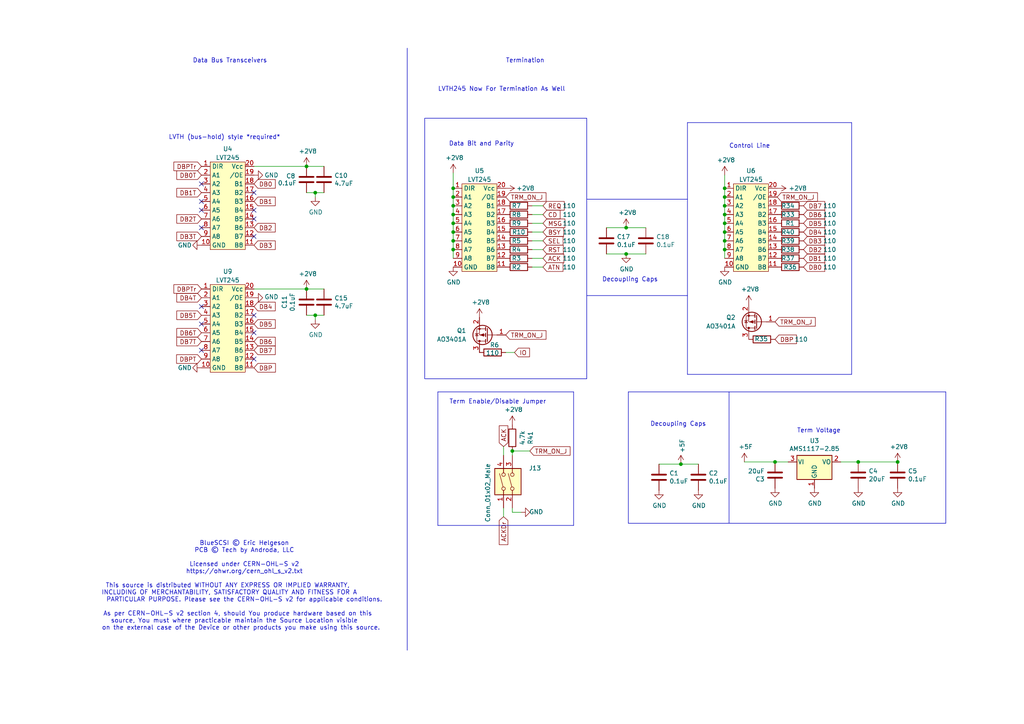
<source format=kicad_sch>
(kicad_sch (version 20231120) (generator "eeschema") (generator_version "8.0")
  (paper "A4")
  (title_block (title "4680-BlueSCSI V2") (date "2024-12-23") (rev "1.01") (company "Tech by Androda, LLC, SweProj.com"))
  (lib_symbols
    (symbol "Device:C" (pin_numbers hide) (pin_names (offset 0.254))
      (property "Reference" "C" (at 0.635 2.54 0))
      (property "Value" "C" (at 0.635 -2.54 0))
      (symbol "C_0_1"
        (polyline (pts (xy -2.032 -0.762) (xy 2.032 -0.762)) (stroke (width 0.508)))
        (polyline (pts (xy -2.032 0.762) (xy 2.032 0.762)) (stroke (width 0.508)))
      )
      (symbol "C_1_1"
        (pin passive line (at 0 3.81 270) (length 2.794) (name "~") (number "1"))
        (pin passive line (at 0 -3.81 90) (length 2.794) (name "~") (number "2"))
      )
    )
    (symbol "Device:R" (pin_numbers hide) (pin_names (offset 0))
      (property "Reference" "R" (at 2.032 0 90))
      (property "Value" "R" (at 0 0 90))
      (symbol "R_0_1"
        (rectangle (start -1.016 -2.54) (end 1.016 2.54) (stroke (width 0.254)))
      )
      (symbol "R_1_1"
        (pin passive line (at 0 3.81 270) (length 1.27) (name "~") (number "1"))
        (pin passive line (at 0 -3.81 90) (length 1.27) (name "~") (number "2"))
      )
    )
    (symbol "New_Library:LVT245"
      (property "Reference" "U" (at 0 0 0))
      (property "Value" "LVT245" (at 0 2.54 0))
      (symbol "LVT245_0_1"
        (rectangle (start 5.08 -2.54) (end -5.08 -27.94) (fill (type background)))
      )
      (symbol "LVT245_1_1"
        (pin input line (at -7.62 -3.81 0) (length 2.54) (name "DIR") (number "1"))
        (pin input line (at -7.62 -26.67 0) (length 2.54) (name "GND") (number "10"))
        (pin input line (at 7.62 -26.67 180) (length 2.54) (name "B8") (number "11"))
        (pin input line (at 7.62 -24.13 180) (length 2.54) (name "B7") (number "12"))
        (pin input line (at 7.62 -21.59 180) (length 2.54) (name "B6") (number "13"))
        (pin input line (at 7.62 -19.05 180) (length 2.54) (name "B5") (number "14"))
        (pin input line (at 7.62 -16.51 180) (length 2.54) (name "B4") (number "15"))
        (pin input line (at 7.62 -13.97 180) (length 2.54) (name "B3") (number "16"))
        (pin input line (at 7.62 -11.43 180) (length 2.54) (name "B2") (number "17"))
        (pin input line (at 7.62 -8.89 180) (length 2.54) (name "B1") (number "18"))
        (pin input line (at 7.62 -6.35 180) (length 2.54) (name "/OE") (number "19"))
        (pin input line (at -7.62 -6.35 0) (length 2.54) (name "A1") (number "2"))
        (pin input line (at 7.62 -3.81 180) (length 2.54) (name "Vcc") (number "20"))
        (pin input line (at -7.62 -8.89 0) (length 2.54) (name "A2") (number "3"))
        (pin input line (at -7.62 -11.43 0) (length 2.54) (name "A3") (number "4"))
        (pin input line (at -7.62 -13.97 0) (length 2.54) (name "A4") (number "5"))
        (pin input line (at -7.62 -16.51 0) (length 2.54) (name "A5") (number "6"))
        (pin input line (at -7.62 -19.05 0) (length 2.54) (name "A6") (number "7"))
        (pin input line (at -7.62 -21.59 0) (length 2.54) (name "A7") (number "8"))
        (pin input line (at -7.62 -24.13 0) (length 2.54) (name "A8") (number "9"))
      )
    )
    (symbol "Regulator_Linear:AMS1117CD-2.85" (pin_names (offset 0.254))
      (property "Reference" "U" (at -3.81 3.175 0))
      (property "Value" "AMS1117CD-2.85" (at 0 3.175 0))
      (symbol "AMS1117CD-2.85_0_1"
        (rectangle (start -5.08 -5.08) (end 5.08 1.905) (stroke (width 0.254)) (fill (type background)))
      )
      (symbol "AMS1117CD-2.85_1_1"
        (pin power_in line (at 0 -7.62 90) (length 2.54) (name "GND") (number "1"))
        (pin power_out line (at 7.62 0 180) (length 2.54) (name "VO") (number "2"))
        (pin power_in line (at -7.62 0 0) (length 2.54) (name "VI") (number "3"))
      )
    )
    (symbol "Switch:SW_DIP_x02" (pin_names (offset 0) hide)
      (property "Reference" "SW" (at 0 6.35 0))
      (property "Value" "SW_DIP_x02" (at 0 -3.81 0))
      (symbol "SW_DIP_x02_0_0"
        (circle (center -2.032 0) (radius 0.508))
        (circle (center -2.032 2.54) (radius 0.508))
        (polyline (pts (xy -1.524 0.127) (xy 2.3622 1.1684)))
        (polyline (pts (xy -1.524 2.667) (xy 2.3622 3.7084)))
        (circle (center 2.032 0) (radius 0.508))
        (circle (center 2.032 2.54) (radius 0.508))
      )
      (symbol "SW_DIP_x02_0_1"
        (rectangle (start -3.81 5.08) (end 3.81 -2.54) (stroke (width 0.254)) (fill (type background)))
      )
      (symbol "SW_DIP_x02_1_1"
        (pin passive line (at -7.62 2.54 0) (length 5.08) (name "~") (number "1"))
        (pin passive line (at -7.62 0 0) (length 5.08) (name "~") (number "2"))
        (pin passive line (at 7.62 0 180) (length 5.08) (name "~") (number "3"))
        (pin passive line (at 7.62 2.54 180) (length 5.08) (name "~") (number "4"))
      )
    )
    (symbol "Transistor_FET:AO3401A" (pin_names hide)
      (property "Reference" "Q" (at 5.08 1.905 0))
      (property "Value" "AO3401A" (at 5.08 0 0))
      (symbol "AO3401A_0_1"
        (polyline (pts (xy 0.254 0) (xy -2.54 0)))
        (polyline (pts (xy 0.254 1.905) (xy 0.254 -1.905)) (stroke (width 0.254)))
        (polyline (pts (xy 0.762 -1.27) (xy 0.762 -2.286)) (stroke (width 0.254)))
        (polyline (pts (xy 0.762 0.508) (xy 0.762 -0.508)) (stroke (width 0.254)))
        (polyline (pts (xy 0.762 2.286) (xy 0.762 1.27)) (stroke (width 0.254)))
        (polyline (pts (xy 2.54 2.54) (xy 2.54 1.778)))
        (polyline (pts (xy 2.54 -2.54) (xy 2.54 0) (xy 0.762 0)))
        (polyline (pts (xy 0.762 1.778) (xy 3.302 1.778) (xy 3.302 -1.778) (xy 0.762 -1.778)))
        (polyline (pts (xy 2.286 0) (xy 1.27 0.381) (xy 1.27 -0.381) (xy 2.286 0)) (fill (type outline)))
        (polyline (pts (xy 2.794 -0.508) (xy 2.921 -0.381) (xy 3.683 -0.381) (xy 3.81 -0.254)))
        (polyline (pts (xy 3.302 -0.381) (xy 2.921 0.254) (xy 3.683 0.254) (xy 3.302 -0.381)))
        (circle (center 1.651 0) (radius 2.794) (stroke (width 0.254)))
        (circle (center 2.54 -1.778) (radius 0.254) (fill (type outline)))
        (circle (center 2.54 1.778) (radius 0.254) (fill (type outline)))
      )
      (symbol "AO3401A_1_1"
        (pin input line (at -5.08 0 0) (length 2.54) (name "G") (number "1"))
        (pin passive line (at 2.54 -5.08 90) (length 2.54) (name "S") (number "2"))
        (pin passive line (at 2.54 5.08 270) (length 2.54) (name "D") (number "3"))
      )
    )
    (symbol "power:+2V8" (power) (pin_names (offset 0))
      (property "Value" "+2V8" (at 0 3.556 0))
      (symbol "+2V8_0_1"
        (polyline (pts (xy -0.762 1.27) (xy 0 2.54)))
        (polyline (pts (xy 0 0) (xy 0 2.54)))
        (polyline (pts (xy 0 2.54) (xy 0.762 1.27)))
      )
      (symbol "+2V8_1_1"
        (pin power_in line (at 0 0 90) (length 0) hide (name "+2V8") (number "1"))
      )
    )
    (symbol "power:+5F" (power) (pin_names (offset 0))
      (property "Value" "+5F" (at 0 3.556 0))
      (symbol "+5F_0_1"
        (polyline (pts (xy -0.762 1.27) (xy 0 2.54)))
        (polyline (pts (xy 0 0) (xy 0 2.54)))
        (polyline (pts (xy 0 2.54) (xy 0.762 1.27)))
      )
      (symbol "+5F_1_1"
        (pin power_in line (at 0 0 90) (length 0) hide (name "+5F") (number "1"))
      )
    )
    (symbol "power:GND" (power) (pin_names (offset 0))
      (property "Value" "GND" (at 0 -3.81 0))
      (symbol "GND_0_1"
        (polyline (pts (xy 0 0) (xy 0 -1.27) (xy 1.27 -1.27) (xy 0 -2.54) (xy -1.27 -1.27) (xy 0 -1.27)))
      )
      (symbol "GND_1_1"
        (pin power_in line (at 0 0 270) (length 0) hide (name "GND") (number "1"))
      )
    )
  )
  (junction (at 131.445 69.85))
  (junction (at 131.445 54.61))
  (junction (at 131.445 57.15))
  (junction (at 210.185 64.77))
  (junction (at 210.185 72.39))
  (junction (at 131.445 67.31))
  (junction (at 88.9 83.82))
  (junction (at 131.445 64.77))
  (junction (at 131.445 59.69))
  (junction (at 210.185 57.15))
  (junction (at 210.185 62.23))
  (junction (at 91.44 91.44))
  (junction (at 131.445 62.23))
  (junction (at 91.44 55.88))
  (junction (at 210.185 59.69))
  (junction (at 210.185 69.85))
  (junction (at 224.79 133.985))
  (junction (at 210.185 67.31))
  (junction (at 260.35 133.985))
  (junction (at 131.445 72.39))
  (junction (at 148.59 130.81))
  (junction (at 181.61 73.66))
  (junction (at 181.61 66.04))
  (junction (at 210.185 54.61))
  (junction (at 197.485 134.62))
  (junction (at 248.92 133.985))
  (junction (at 88.9 48.26))
  (no_connect (at 58.42 53.34))
  (no_connect (at 73.66 60.96))
  (no_connect (at 58.42 66.04))
  (no_connect (at 58.42 101.6))
  (no_connect (at 73.66 104.14))
  (no_connect (at 58.42 93.98))
  (no_connect (at 58.42 58.42))
  (no_connect (at 73.66 96.52))
  (no_connect (at 58.42 88.9))
  (no_connect (at 73.66 55.88))
  (no_connect (at 58.42 60.96))
  (no_connect (at 73.66 63.5))
  (no_connect (at 73.66 91.44))
  (no_connect (at 73.66 68.58))
  (wire (pts (xy 210.185 64.77) (xy 210.185 67.31)))
  (wire (pts (xy 197.485 134.62) (xy 202.565 134.62)))
  (wire (pts (xy 248.92 133.985) (xy 260.35 133.985)))
  (wire (pts (xy 175.895 73.66) (xy 181.61 73.66)))
  (wire (pts (xy 210.185 67.31) (xy 210.185 69.85)))
  (wire (pts (xy 91.44 91.44) (xy 91.44 92.71)))
  (polyline (pts (xy 170.18 85.725) (xy 199.39 85.725)))
  (wire (pts (xy 243.84 133.985) (xy 248.92 133.985)))
  (wire (pts (xy 210.185 50.8) (xy 210.185 54.61)))
  (wire (pts (xy 146.05 147.32) (xy 146.05 149.86)))
  (wire (pts (xy 210.185 72.39) (xy 210.185 74.93)))
  (polyline (pts (xy 118.11 13.97) (xy 118.11 188.595)))
  (wire (pts (xy 73.66 48.26) (xy 88.9 48.26)))
  (polyline (pts (xy 123.19 34.29) (xy 170.18 34.29)))
  (wire (pts (xy 154.305 67.31) (xy 157.48 67.31)))
  (polyline (pts (xy 182.245 113.665) (xy 182.245 151.765)))
  (polyline (pts (xy 199.39 35.56) (xy 247.015 35.56)))
  (polyline (pts (xy 123.19 109.855) (xy 170.18 109.855)))
  (wire (pts (xy 154.305 72.39) (xy 157.48 72.39)))
  (wire (pts (xy 131.445 64.77) (xy 131.445 67.31)))
  (wire (pts (xy 73.66 83.82) (xy 88.9 83.82)))
  (wire (pts (xy 181.61 73.66) (xy 187.325 73.66)))
  (polyline (pts (xy 170.18 109.855) (xy 170.18 34.29)))
  (wire (pts (xy 146.05 129.54) (xy 146.05 132.08)))
  (wire (pts (xy 154.305 59.69) (xy 157.48 59.69)))
  (wire (pts (xy 131.445 59.69) (xy 131.445 62.23)))
  (wire (pts (xy 88.9 48.26) (xy 93.98 48.26)))
  (wire (pts (xy 131.445 72.39) (xy 131.445 74.93)))
  (polyline (pts (xy 127 113.665) (xy 127 152.4)))
  (wire (pts (xy 154.305 62.23) (xy 157.48 62.23)))
  (wire (pts (xy 148.59 130.81) (xy 148.59 132.08)))
  (polyline (pts (xy 211.455 113.665) (xy 211.455 151.765)))
  (wire (pts (xy 154.305 64.77) (xy 157.48 64.77)))
  (wire (pts (xy 88.9 83.82) (xy 93.98 83.82)))
  (polyline (pts (xy 166.37 152.4) (xy 166.37 113.665)))
  (polyline (pts (xy 170.18 57.785) (xy 199.39 57.785)))
  (wire (pts (xy 91.44 55.88) (xy 91.44 57.15)))
  (wire (pts (xy 148.59 148.59) (xy 151.13 148.59)))
  (wire (pts (xy 210.185 62.23) (xy 210.185 64.77)))
  (wire (pts (xy 131.445 62.23) (xy 131.445 64.77)))
  (wire (pts (xy 131.445 50.165) (xy 131.445 54.61)))
  (wire (pts (xy 210.185 59.69) (xy 210.185 62.23)))
  (wire (pts (xy 210.185 54.61) (xy 210.185 57.15)))
  (polyline (pts (xy 247.015 108.585) (xy 247.015 35.56)))
  (polyline (pts (xy 182.245 113.665) (xy 274.32 113.665)))
  (wire (pts (xy 215.9 133.985) (xy 224.79 133.985)))
  (wire (pts (xy 175.895 66.04) (xy 181.61 66.04)))
  (wire (pts (xy 154.305 77.47) (xy 157.48 77.47)))
  (wire (pts (xy 91.44 55.88) (xy 93.98 55.88)))
  (wire (pts (xy 181.61 66.04) (xy 187.325 66.04)))
  (wire (pts (xy 149.225 102.235) (xy 146.685 102.235)))
  (polyline (pts (xy 274.32 113.665) (xy 274.32 151.765)))
  (wire (pts (xy 154.305 74.93) (xy 157.48 74.93)))
  (wire (pts (xy 131.445 69.85) (xy 131.445 72.39)))
  (polyline (pts (xy 199.39 108.585) (xy 247.015 108.585)))
  (polyline (pts (xy 123.19 34.29) (xy 123.19 109.855)))
  (wire (pts (xy 210.185 57.15) (xy 210.185 59.69)))
  (wire (pts (xy 148.59 130.81) (xy 153.67 130.81)))
  (wire (pts (xy 88.9 55.88) (xy 91.44 55.88)))
  (wire (pts (xy 131.445 54.61) (xy 131.445 57.15)))
  (wire (pts (xy 210.185 69.85) (xy 210.185 72.39)))
  (wire (pts (xy 191.135 134.62) (xy 197.485 134.62)))
  (wire (pts (xy 131.445 57.15) (xy 131.445 59.69)))
  (wire (pts (xy 224.79 133.985) (xy 228.6 133.985)))
  (wire (pts (xy 154.305 69.85) (xy 157.48 69.85)))
  (wire (pts (xy 131.445 67.31) (xy 131.445 69.85)))
  (wire (pts (xy 148.59 147.32) (xy 148.59 148.59)))
  (polyline (pts (xy 127 113.665) (xy 166.37 113.665)))
  (polyline (pts (xy 127 152.4) (xy 166.37 152.4)))
  (polyline (pts (xy 199.39 35.56) (xy 199.39 108.585)))
  (wire (pts (xy 91.44 91.44) (xy 93.98 91.44)))
  (wire (pts (xy 88.9 91.44) (xy 91.44 91.44)))
  (polyline (pts (xy 274.32 151.765) (xy 182.245 151.765)))
  (text "Data Bus Transceivers" (at 55.88 18.415 0) (effects (font (size 1.27 1.27)) (justify left bottom)))
  (text "Control Line" (at 211.455 43.18 0) (effects (font (size 1.27 1.27)) (justify left bottom)))
  (text "Decoupling Caps" (at 188.595 123.825 0) (effects (font (size 1.27 1.27)) (justify left bottom)))
  (text "Data Bit and Parity" (at 130.175 42.545 0) (effects (font (size 1.27 1.27)) (justify left bottom)))
  (text "Termination" (at 146.685 18.415 0) (effects (font (size 1.27 1.27)) (justify left bottom)))
  (text "Term Voltage" (at 231.14 125.73 0) (effects (font (size 1.27 1.27)) (justify left bottom)))
  (text "Term Enable/Disable Jumper" (at 130.302 117.348 0) (effects (font (size 1.27 1.27)) (justify left bottom)))
  (text "Decoupling Caps" (at 174.625 81.915 0) (effects (font (size 1.27 1.27)) (justify left bottom)))
  (text "LVTH245 Now For Termination As Well" (at 127 26.67 0) (effects (font (size 1.27 1.27)) (justify left bottom)))
  (text "LVTH (bus-hold) style *required*" (at 48.895 40.64 0) (effects (font (size 1.27 1.27)) (justify left bottom)))
  (text "BlueSCSI © Eric Helgeson\nPCB © Tech by Androda, LLC\n\nLicensed under CERN-OHL-S v2\nhttps://ohwr.org/cern_ohl_s_v2.txt\n\nThis source is distributed WITHOUT ANY EXPRESS OR IMPLIED WARRANTY,          \nINCLUDING OF MERCHANTABILITY, SATISFACTORY QUALITY AND FITNESS FOR A         \nPARTICULAR PURPOSE. Please see the CERN-OHL-S v2 for applicable conditions.\n\nAs per CERN-OHL-S v2 section 4, should You produce hardware based on this    \nsource, You must where practicable maintain the Source Location visible      \non the external case of the Device or other products you make using this source.  \n" (at 70.866 169.926 0) (effects (font (size 1.27 1.27))))
  (global_label "DB3T" (shape input) (at 58.42 68.58 180) (property "Intersheetrefs" "${INTERSHEET_REFS}" (effects (hide yes))))
  (global_label "TRM_ON_J" (shape input) (at 153.67 130.81 0) (property "Intersheetrefs" "${INTERSHEET_REFS}" (effects (hide yes))))
  (global_label "DB1" (shape input) (at 233.045 74.93 0) (property "Intersheetrefs" "${INTERSHEET_REFS}" (effects (hide yes))))
  (global_label "TRM_ON_J" (shape input) (at 225.425 57.15 0) (property "Intersheetrefs" "${INTERSHEET_REFS}" (effects (hide yes))))
  (global_label "DBPTr" (shape input) (at 58.42 83.82 180) (property "Intersheetrefs" "${INTERSHEET_REFS}" (effects (hide yes))))
  (global_label "DB7" (shape input) (at 73.66 101.6 0) (property "Intersheetrefs" "${INTERSHEET_REFS}" (effects (hide yes))))
  (global_label "DBPTr" (shape input) (at 58.42 48.26 180) (property "Intersheetrefs" "${INTERSHEET_REFS}" (effects (hide yes))))
  (global_label "DB5T" (shape input) (at 58.42 91.44 180) (property "Intersheetrefs" "${INTERSHEET_REFS}" (effects (hide yes))))
  (global_label "DB2" (shape input) (at 73.66 66.04 0) (property "Intersheetrefs" "${INTERSHEET_REFS}" (effects (hide yes))))
  (global_label "CD" (shape input) (at 157.48 62.23 0) (property "Intersheetrefs" "${INTERSHEET_REFS}" (effects (hide yes))))
  (global_label "TRM_ON_J" (shape input) (at 146.685 97.155 0) (property "Intersheetrefs" "${INTERSHEET_REFS}" (effects (hide yes))))
  (global_label "DBP" (shape input) (at 224.79 98.425 0) (property "Intersheetrefs" "${INTERSHEET_REFS}" (effects (hide yes))))
  (global_label "DB6T" (shape input) (at 58.42 96.52 180) (property "Intersheetrefs" "${INTERSHEET_REFS}" (effects (hide yes))))
  (global_label "DB7T" (shape input) (at 58.42 99.06 180) (property "Intersheetrefs" "${INTERSHEET_REFS}" (effects (hide yes))))
  (global_label "DB0T" (shape input) (at 58.42 50.8 180) (property "Intersheetrefs" "${INTERSHEET_REFS}" (effects (hide yes))))
  (global_label "DB0" (shape input) (at 73.66 53.34 0) (property "Intersheetrefs" "${INTERSHEET_REFS}" (effects (hide yes))))
  (global_label "DB7" (shape input) (at 233.045 59.69 0) (property "Intersheetrefs" "${INTERSHEET_REFS}" (effects (hide yes))))
  (global_label "ATN" (shape input) (at 157.48 77.47 0) (property "Intersheetrefs" "${INTERSHEET_REFS}" (effects (hide yes))))
  (global_label "ACKDr" (shape input) (at 146.05 149.86 270) (property "Intersheetrefs" "${INTERSHEET_REFS}" (effects (hide yes))))
  (global_label "RST" (shape input) (at 157.48 72.39 0) (property "Intersheetrefs" "${INTERSHEET_REFS}" (effects (hide yes))))
  (global_label "DB3" (shape input) (at 73.66 71.12 0) (property "Intersheetrefs" "${INTERSHEET_REFS}" (effects (hide yes))))
  (global_label "DB5" (shape input) (at 73.66 93.98 0) (property "Intersheetrefs" "${INTERSHEET_REFS}" (effects (hide yes))))
  (global_label "TRM_ON_J" (shape input) (at 224.79 93.345 0) (property "Intersheetrefs" "${INTERSHEET_REFS}" (effects (hide yes))))
  (global_label "ACK" (shape input) (at 157.48 74.93 0) (property "Intersheetrefs" "${INTERSHEET_REFS}" (effects (hide yes))))
  (global_label "DB2T" (shape input) (at 58.42 63.5 180) (property "Intersheetrefs" "${INTERSHEET_REFS}" (effects (hide yes))))
  (global_label "MSG" (shape input) (at 157.48 64.77 0) (property "Intersheetrefs" "${INTERSHEET_REFS}" (effects (hide yes))))
  (global_label "REQ" (shape input) (at 157.48 59.69 0) (property "Intersheetrefs" "${INTERSHEET_REFS}" (effects (hide yes))))
  (global_label "IO" (shape input) (at 149.225 102.235 0) (property "Intersheetrefs" "${INTERSHEET_REFS}" (effects (hide yes))))
  (global_label "DB5" (shape input) (at 233.045 64.77 0) (property "Intersheetrefs" "${INTERSHEET_REFS}" (effects (hide yes))))
  (global_label "ACK" (shape input) (at 146.05 129.54 90) (property "Intersheetrefs" "${INTERSHEET_REFS}" (effects (hide yes))))
  (global_label "DB0" (shape input) (at 233.045 77.47 0) (property "Intersheetrefs" "${INTERSHEET_REFS}" (effects (hide yes))))
  (global_label "DB1T" (shape input) (at 58.42 55.88 180) (property "Intersheetrefs" "${INTERSHEET_REFS}" (effects (hide yes))))
  (global_label "DB6" (shape input) (at 233.045 62.23 0) (property "Intersheetrefs" "${INTERSHEET_REFS}" (effects (hide yes))))
  (global_label "DB3" (shape input) (at 233.045 69.85 0) (property "Intersheetrefs" "${INTERSHEET_REFS}" (effects (hide yes))))
  (global_label "DBPT" (shape input) (at 58.42 104.14 180) (property "Intersheetrefs" "${INTERSHEET_REFS}" (effects (hide yes))))
  (global_label "TRM_ON_J" (shape input) (at 146.685 57.15 0) (property "Intersheetrefs" "${INTERSHEET_REFS}" (effects (hide yes))))
  (global_label "SEL" (shape input) (at 157.48 69.85 0) (property "Intersheetrefs" "${INTERSHEET_REFS}" (effects (hide yes))))
  (global_label "DB4" (shape input) (at 73.66 88.9 0) (property "Intersheetrefs" "${INTERSHEET_REFS}" (effects (hide yes))))
  (global_label "DB2" (shape input) (at 233.045 72.39 0) (property "Intersheetrefs" "${INTERSHEET_REFS}" (effects (hide yes))))
  (global_label "DB6" (shape input) (at 73.66 99.06 0) (property "Intersheetrefs" "${INTERSHEET_REFS}" (effects (hide yes))))
  (global_label "BSY" (shape input) (at 157.48 67.31 0) (property "Intersheetrefs" "${INTERSHEET_REFS}" (effects (hide yes))))
  (global_label "DB4T" (shape input) (at 58.42 86.36 180) (property "Intersheetrefs" "${INTERSHEET_REFS}" (effects (hide yes))))
  (global_label "DBP" (shape input) (at 73.66 106.68 0) (property "Intersheetrefs" "${INTERSHEET_REFS}" (effects (hide yes))))
  (global_label "DB4" (shape input) (at 233.045 67.31 0) (property "Intersheetrefs" "${INTERSHEET_REFS}" (effects (hide yes))))
  (global_label "DB1" (shape input) (at 73.66 58.42 0) (property "Intersheetrefs" "${INTERSHEET_REFS}" (effects (hide yes))))
  (symbol (lib_id "Device:C") (at 260.35 137.795 0) (unit 1)
    (property "Reference" "C5" (at 263.3472 136.6266 0) (effects (justify left)))
    (property "Value" "0.1uF" (at 263.3472 138.938 0) (effects (justify left)))
    (property "Footprint" "Capacitor_SMD:C_0402_1005Metric" (effects (hide yes)))
    (property "Description" "Unpolarized capacitor" (effects (hide yes)))
    (property "LCSC" "C1525" (effects (hide yes)))
  )
  (symbol (lib_id "power:GND") (at 151.13 148.59 90) (unit 1)
    (property "Reference" "#PWR04" (effects (hide yes)))
    (property "Value" "GND" (at 155.5242 148.463 90))
  )
  (symbol (lib_id "New_Library:LVT245") (at 217.805 50.8 0) (unit 1)
    (property "Reference" "U6" (at 217.805 49.53 0))
    (property "Value" "LVT245" (at 217.805 52.07 0))
    (property "Footprint" "Package_SO:TSSOP-20_4.4x6.5mm_P0.65mm" (effects (hide yes)))
    (property "LCSC" "C238954" (effects (hide yes)))
  )
  (symbol (lib_id "New_Library:LVT245") (at 139.065 50.8 0) (unit 1)
    (property "Reference" "U5" (at 139.065 49.53 0))
    (property "Value" "LVT245" (at 139.065 52.07 0))
    (property "Footprint" "Package_SO:TSSOP-20_4.4x6.5mm_P0.65mm" (effects (hide yes)))
    (property "LCSC" "C238954" (effects (hide yes)))
  )
  (symbol (lib_id "power:GND") (at 181.61 73.66 0) (unit 1)
    (property "Reference" "#PWR054" (effects (hide yes)))
    (property "Value" "GND" (at 181.737 78.0542 0))
  )
  (symbol (lib_id "power:+2V8") (at 225.425 54.61 270) (unit 1)
    (property "Reference" "#PWR0109" (effects (hide yes)))
    (property "Value" "+2V8" (at 231.394 54.61 90))
  )
  (symbol (lib_id "New_Library:LVT245") (at 66.04 44.45 0) (unit 1)
    (property "Reference" "U4" (at 66.04 43.18 0))
    (property "Value" "LVT245" (at 66.04 45.72 0))
    (property "Footprint" "Package_SO:TSSOP-20_4.4x6.5mm_P0.65mm" (effects (hide yes)))
    (property "LCSC" "C238954" (effects (hide yes)))
  )
  (symbol (lib_id "Device:C") (at 88.9 52.07 0) (unit 1)
    (property "Reference" "C8" (at 84.328 51.054 0))
    (property "Value" "0.1uF" (at 83.312 53.086 0))
    (property "Footprint" "Capacitor_SMD:C_0402_1005Metric" (effects (hide yes)))
    (property "LCSC" "C1525" (effects (hide yes)))
  )
  (symbol (lib_id "Device:C") (at 191.135 138.43 0) (unit 1)
    (property "Reference" "C1" (at 194.1322 137.2616 0) (effects (justify left)))
    (property "Value" "0.1uF" (at 194.1322 139.573 0) (effects (justify left)))
    (property "Footprint" "Capacitor_SMD:C_0402_1005Metric" (effects (hide yes)))
    (property "Description" "Unpolarized capacitor" (effects (hide yes)))
    (property "LCSC" "C1525" (effects (hide yes)))
  )
  (symbol (lib_id "Device:R") (at 229.235 69.85 90) (mirror x) (unit 1)
    (property "Reference" "R39" (at 230.505 69.85 90) (effects (justify left)))
    (property "Value" "110" (at 242.57 69.85 90) (effects (justify left)))
    (property "Footprint" "Resistor_SMD:R_0603_1608Metric" (effects (hide yes)))
    (property "LCSC" "C22781" (effects (hide yes)))
  )
  (symbol (lib_id "power:+2V8") (at 148.59 123.19 0) (unit 1)
    (property "Reference" "#PWR058" (effects (hide yes)))
    (property "Value" "+2V8" (at 148.971 118.7958 0))
  )
  (symbol (lib_id "Switch:SW_DIP_x02") (at 148.59 139.7 90) (unit 1)
    (property "Reference" "J13" (at 153.3652 135.7884 90) (effects (justify right)))
    (property "Value" "Conn_01x02_Male" (at 141.478 134.366 0) (effects (justify right)))
    (property "Footprint" "Button_Switch_THT:SW_DIP_SPSTx02_Piano_10.8x6.64mm_W7.62mm_P2.54mm" (effects (hide yes)))
    (property "Description" "2x DIP Switch, Single Pole Single Throw (SPST) switch, small symbol" (effects (hide yes)))
    (property "LCSC" "  C5299514 " (effects (hide yes)))
    (property "JLC Part#" "  C5299514 " (effects (hide yes)))
  )
  (symbol (lib_id "power:+5F") (at 197.485 134.62 0) (unit 1)
    (property "Reference" "#PWR0116" (effects (hide yes)))
    (property "Value" "+5F" (at 197.866 131.3688 90) (effects (justify left)))
  )
  (symbol (lib_id "Regulator_Linear:AMS1117CD-2.85") (at 236.22 133.985 0) (unit 1)
    (property "Reference" "U3" (at 236.22 127.8382 0))
    (property "Value" "AMS1117-2.85" (at 236.22 130.1496 0))
    (property "Footprint" "Package_TO_SOT_SMD:SOT-223-3_TabPin2" (effects (hide yes)))
    (property "Datasheet" "http://www.advanced-monolithic.com/pdf/ds1117.pdf" (effects (hide yes)))
    (property "LCSC" "C14791" (effects (hide yes)))
  )
  (symbol (lib_id "power:GND") (at 191.135 142.24 0) (unit 1)
    (property "Reference" "#PWR03" (effects (hide yes)))
    (property "Value" "GND" (at 191.262 146.6342 0))
  )
  (symbol (lib_id "Transistor_FET:AO3401A") (at 141.605 97.155 180) (unit 1)
    (property "Reference" "Q1" (at 135.255 95.8849 0) (effects (justify left)))
    (property "Value" "AO3401A" (at 135.255 98.4249 0) (effects (justify left)))
    (property "Footprint" "Package_TO_SOT_SMD:SOT-23" (effects (hide yes)))
    (property "Datasheet" "http://www.aosmd.com/pdfs/datasheet/AO3401A.pdf" (effects (hide yes)))
    (property "LCSC" "C15127" (effects (hide yes)))
  )
  (symbol (lib_id "power:GND") (at 58.42 106.68 270) (unit 1)
    (property "Reference" "#PWR011" (effects (hide yes)))
    (property "Value" "GND" (at 53.594 106.68 90))
  )
  (symbol (lib_id "power:GND") (at 224.79 141.605 0) (unit 1)
    (property "Reference" "#PWR07" (effects (hide yes)))
    (property "Value" "GND" (at 224.917 145.9992 0))
  )
  (symbol (lib_id "power:GND") (at 91.44 57.15 0) (unit 1)
    (property "Reference" "#PWR010" (effects (hide yes)))
    (property "Value" "GND" (at 91.567 61.5442 0))
  )
  (symbol (lib_id "Device:C") (at 224.79 137.795 0) (unit 1)
    (property "Reference" "C3" (at 221.7928 138.9634 0) (effects (justify right)))
    (property "Value" "20uF" (at 221.7928 136.652 0) (effects (justify right)))
    (property "Footprint" "Capacitor_SMD:C_0805_2012Metric" (effects (hide yes)))
    (property "Description" "Unpolarized capacitor" (effects (hide yes)))
    (property "LCSC" "C45783" (effects (hide yes)))
  )
  (symbol (lib_id "power:GND") (at 248.92 141.605 0) (unit 1)
    (property "Reference" "#PWR013" (effects (hide yes)))
    (property "Value" "GND" (at 249.047 145.9992 0))
  )
  (symbol (lib_id "Device:R") (at 229.235 59.69 90) (unit 1)
    (property "Reference" "R34" (at 230.505 59.69 90) (effects (justify left)))
    (property "Value" "110" (at 242.57 59.69 90) (effects (justify left)))
    (property "Footprint" "Resistor_SMD:R_0603_1608Metric" (effects (hide yes)))
    (property "LCSC" "C22781" (effects (hide yes)))
  )
  (symbol (lib_id "Device:R") (at 150.495 77.47 90) (unit 1)
    (property "Reference" "R2" (at 151.13 77.47 90) (effects (justify left)))
    (property "Value" "110" (at 167.005 77.47 90) (effects (justify left)))
    (property "Footprint" "Resistor_SMD:R_0603_1608Metric" (effects (hide yes)))
    (property "LCSC" "C22781" (effects (hide yes)))
  )
  (symbol (lib_id "Device:R") (at 150.495 69.85 90) (mirror x) (unit 1)
    (property "Reference" "R5" (at 151.13 69.85 90) (effects (justify left)))
    (property "Value" "110" (at 167.005 69.85 90) (effects (justify left)))
    (property "Footprint" "Resistor_SMD:R_0603_1608Metric" (effects (hide yes)))
    (property "LCSC" "C22781" (effects (hide yes)))
  )
  (symbol (lib_id "power:GND") (at 236.22 141.605 0) (unit 1)
    (property "Reference" "#PWR012" (effects (hide yes)))
    (property "Value" "GND" (at 236.347 145.9992 0))
  )
  (symbol (lib_id "power:+5F") (at 215.9 133.985 0) (unit 1)
    (property "Reference" "#PWR06" (effects (hide yes)))
    (property "Value" "+5F" (at 216.281 129.5908 0))
  )
  (symbol (lib_id "Device:C") (at 202.565 138.43 0) (unit 1)
    (property "Reference" "C2" (at 205.5622 137.2616 0) (effects (justify left)))
    (property "Value" "0.1uF" (at 205.5622 139.573 0) (effects (justify left)))
    (property "Footprint" "Capacitor_SMD:C_0402_1005Metric" (effects (hide yes)))
    (property "Description" "Unpolarized capacitor" (effects (hide yes)))
    (property "LCSC" "C1525" (effects (hide yes)))
  )
  (symbol (lib_id "power:GND") (at 91.44 92.71 0) (unit 1)
    (property "Reference" "#PWR022" (effects (hide yes)))
    (property "Value" "GND" (at 91.567 97.1042 0))
  )
  (symbol (lib_id "Device:R") (at 148.59 127 180) (unit 1)
    (property "Reference" "R41" (at 153.8478 127 90))
    (property "Value" "4.7k" (at 151.5364 127 90))
    (property "Footprint" "Resistor_SMD:R_0603_1608Metric" (effects (hide yes)))
    (property "LCSC" "C23162" (effects (hide yes)))
  )
  (symbol (lib_id "power:GND") (at 131.445 77.47 0) (unit 1)
    (property "Reference" "#PWR028" (effects (hide yes)))
    (property "Value" "GND" (at 131.572 81.8642 0))
  )
  (symbol (lib_id "power:+2V8") (at 139.065 92.075 0) (unit 1)
    (property "Reference" "#PWR031" (effects (hide yes)))
    (property "Value" "+2V8" (at 139.446 87.6808 0))
  )
  (symbol (lib_id "power:+2V8") (at 131.445 50.165 0) (unit 1)
    (property "Reference" "#PWR024" (effects (hide yes)))
    (property "Value" "+2V8" (at 131.826 45.7708 0))
  )
  (symbol (lib_id "Device:C") (at 93.98 52.07 0) (unit 1)
    (property "Reference" "C10" (at 96.9772 50.9016 0) (effects (justify left)))
    (property "Value" "4.7uF" (at 96.9772 53.213 0) (effects (justify left)))
    (property "Footprint" "Capacitor_SMD:C_0805_2012Metric" (effects (hide yes)))
    (property "Description" "Unpolarized capacitor" (effects (hide yes)))
    (property "LCSC" "C1779" (effects (hide yes)))
  )
  (symbol (lib_id "Device:R") (at 150.495 74.93 90) (unit 1)
    (property "Reference" "R3" (at 151.13 74.93 90) (effects (justify left)))
    (property "Value" "110" (at 167.005 74.93 90) (effects (justify left)))
    (property "Footprint" "Resistor_SMD:R_0603_1608Metric" (effects (hide yes)))
    (property "LCSC" "C22781" (effects (hide yes)))
  )
  (symbol (lib_id "power:GND") (at 210.185 77.47 0) (unit 1)
    (property "Reference" "#PWR034" (effects (hide yes)))
    (property "Value" "GND" (at 210.312 81.8642 0))
  )
  (symbol (lib_id "power:+2V8") (at 88.9 83.82 0) (unit 1)
    (property "Reference" "#PWR021" (effects (hide yes)))
    (property "Value" "+2V8" (at 89.281 79.4258 0))
  )
  (symbol (lib_id "Device:R") (at 229.235 62.23 90) (unit 1)
    (property "Reference" "R33" (at 230.505 62.23 90) (effects (justify left)))
    (property "Value" "110" (at 242.57 62.23 90) (effects (justify left)))
    (property "Footprint" "Resistor_SMD:R_0603_1608Metric" (effects (hide yes)))
    (property "LCSC" "C22781" (effects (hide yes)))
  )
  (symbol (lib_id "power:+2V8") (at 210.185 50.8 0) (unit 1)
    (property "Reference" "#PWR033" (effects (hide yes)))
    (property "Value" "+2V8" (at 210.566 46.4058 0))
  )
  (symbol (lib_id "Device:C") (at 175.895 69.85 0) (unit 1)
    (property "Reference" "C17" (at 178.8922 68.6816 0) (effects (justify left)))
    (property "Value" "0.1uF" (at 178.8922 70.993 0) (effects (justify left)))
    (property "Footprint" "Capacitor_SMD:C_0402_1005Metric" (effects (hide yes)))
    (property "Description" "Unpolarized capacitor" (effects (hide yes)))
    (property "LCSC" "C1525" (effects (hide yes)))
  )
  (symbol (lib_id "Transistor_FET:AO3401A") (at 219.71 93.345 180) (unit 1)
    (property "Reference" "Q2" (at 213.36 92.0749 0) (effects (justify left)))
    (property "Value" "AO3401A" (at 213.36 94.6149 0) (effects (justify left)))
    (property "Footprint" "Package_TO_SOT_SMD:SOT-23" (effects (hide yes)))
    (property "Datasheet" "http://www.aosmd.com/pdfs/datasheet/AO3401A.pdf" (effects (hide yes)))
    (property "LCSC" "C15127" (effects (hide yes)))
  )
  (symbol (lib_id "power:+2V8") (at 217.17 88.265 0) (unit 1)
    (property "Reference" "#PWR039" (effects (hide yes)))
    (property "Value" "+2V8" (at 217.551 83.8708 0))
  )
  (symbol (lib_id "Device:R") (at 142.875 102.235 90) (unit 1)
    (property "Reference" "R6" (at 144.78 100.076 90) (effects (justify left)))
    (property "Value" "110" (at 144.78 102.362 90) (effects (justify left)))
    (property "Footprint" "Resistor_SMD:R_0603_1608Metric" (effects (hide yes)))
    (property "LCSC" "C22781" (effects (hide yes)))
  )
  (symbol (lib_id "Device:C") (at 187.325 69.85 0) (unit 1)
    (property "Reference" "C18" (at 190.3222 68.6816 0) (effects (justify left)))
    (property "Value" "0.1uF" (at 190.3222 70.993 0) (effects (justify left)))
    (property "Footprint" "Capacitor_SMD:C_0402_1005Metric" (effects (hide yes)))
    (property "Description" "Unpolarized capacitor" (effects (hide yes)))
    (property "LCSC" "C1525" (effects (hide yes)))
  )
  (symbol (lib_id "Device:R") (at 229.235 72.39 90) (mirror x) (unit 1)
    (property "Reference" "R38" (at 230.505 72.39 90) (effects (justify left)))
    (property "Value" "110" (at 242.57 72.39 90) (effects (justify left)))
    (property "Footprint" "Resistor_SMD:R_0603_1608Metric" (effects (hide yes)))
    (property "LCSC" "C22781" (effects (hide yes)))
  )
  (symbol (lib_id "Device:R") (at 150.495 64.77 90) (unit 1)
    (property "Reference" "R9" (at 151.13 64.77 90) (effects (justify left)))
    (property "Value" "110" (at 167.005 64.77 90) (effects (justify left)))
    (property "Footprint" "Resistor_SMD:R_0603_1608Metric" (effects (hide yes)))
    (property "LCSC" "C22781" (effects (hide yes)))
  )
  (symbol (lib_id "power:GND") (at 202.565 142.24 0) (unit 1)
    (property "Reference" "#PWR05" (effects (hide yes)))
    (property "Value" "GND" (at 202.692 146.6342 0))
  )
  (symbol (lib_id "power:+2V8") (at 260.35 133.985 0) (unit 1)
    (property "Reference" "#PWR015" (effects (hide yes)))
    (property "Value" "+2V8" (at 260.731 129.5908 0))
  )
  (symbol (lib_id "Device:R") (at 150.495 59.69 90) (unit 1)
    (property "Reference" "R7" (at 151.13 59.69 90) (effects (justify left)))
    (property "Value" "110" (at 167.005 59.69 90) (effects (justify left)))
    (property "Footprint" "Resistor_SMD:R_0603_1608Metric" (effects (hide yes)))
    (property "LCSC" "C22781" (effects (hide yes)))
  )
  (symbol (lib_id "power:GND") (at 260.35 141.605 0) (unit 1)
    (property "Reference" "#PWR016" (effects (hide yes)))
    (property "Value" "GND" (at 260.477 145.9992 0))
  )
  (symbol (lib_id "power:GND") (at 73.66 86.36 90) (unit 1)
    (property "Reference" "#PWR020" (effects (hide yes)))
    (property "Value" "GND" (at 78.74 86.106 90))
  )
  (symbol (lib_id "Device:R") (at 220.98 98.425 90) (unit 1)
    (property "Reference" "R35" (at 222.758 98.298 90) (effects (justify left)))
    (property "Value" "110" (at 234.315 98.425 90) (effects (justify left)))
    (property "Footprint" "Resistor_SMD:R_0603_1608Metric" (effects (hide yes)))
    (property "LCSC" "C22781" (effects (hide yes)))
  )
  (symbol (lib_id "Device:R") (at 150.495 62.23 90) (unit 1)
    (property "Reference" "R8" (at 151.13 62.23 90) (effects (justify left)))
    (property "Value" "110" (at 167.005 62.23 90) (effects (justify left)))
    (property "Footprint" "Resistor_SMD:R_0603_1608Metric" (effects (hide yes)))
    (property "LCSC" "C22781" (effects (hide yes)))
  )
  (symbol (lib_id "Device:C") (at 93.98 87.63 0) (unit 1)
    (property "Reference" "C15" (at 96.9772 86.4616 0) (effects (justify left)))
    (property "Value" "4.7uF" (at 96.9772 88.773 0) (effects (justify left)))
    (property "Footprint" "Capacitor_SMD:C_0805_2012Metric" (effects (hide yes)))
    (property "Description" "Unpolarized capacitor" (effects (hide yes)))
    (property "LCSC" "C1779" (effects (hide yes)))
  )
  (symbol (lib_id "Device:C") (at 88.9 87.63 0) (unit 1)
    (property "Reference" "C11" (at 82.4992 87.63 90))
    (property "Value" "0.1uF" (at 84.8106 87.63 90))
    (property "Footprint" "Capacitor_SMD:C_0402_1005Metric" (effects (hide yes)))
    (property "LCSC" "C1525" (effects (hide yes)))
  )
  (symbol (lib_id "Device:R") (at 229.235 74.93 90) (mirror x) (unit 1)
    (property "Reference" "R37" (at 230.505 74.93 90) (effects (justify left)))
    (property "Value" "110" (at 242.57 74.93 90) (effects (justify left)))
    (property "Footprint" "Resistor_SMD:R_0603_1608Metric" (effects (hide yes)))
    (property "LCSC" "C22781" (effects (hide yes)))
  )
  (symbol (lib_id "Device:R") (at 229.235 77.47 90) (mirror x) (unit 1)
    (property "Reference" "R36" (at 231.14 77.47 90) (effects (justify left)))
    (property "Value" "110" (at 242.57 77.47 90) (effects (justify left)))
    (property "Footprint" "Resistor_SMD:R_0603_1608Metric" (effects (hide yes)))
    (property "LCSC" "C22781" (effects (hide yes)))
  )
  (symbol (lib_id "New_Library:LVT245") (at 66.04 80.01 0) (unit 1)
    (property "Reference" "U9" (at 66.04 78.74 0))
    (property "Value" "LVT245" (at 66.04 81.28 0))
    (property "Footprint" "Package_SO:TSSOP-20_4.4x6.5mm_P0.65mm" (effects (hide yes)))
    (property "LCSC" "C238954" (effects (hide yes)))
  )
  (symbol (lib_id "power:GND") (at 73.66 50.8 90) (unit 1)
    (property "Reference" "#PWR08" (effects (hide yes)))
    (property "Value" "GND" (at 78.74 50.8 90))
  )
  (symbol (lib_id "power:+2V8") (at 146.685 54.61 270) (unit 1)
    (property "Reference" "#PWR0110" (effects (hide yes)))
    (property "Value" "+2V8" (at 152.4 54.61 90))
  )
  (symbol (lib_id "power:+2V8") (at 181.61 66.04 0) (unit 1)
    (property "Reference" "#PWR053" (effects (hide yes)))
    (property "Value" "+2V8" (at 181.991 61.6458 0))
  )
  (symbol (lib_id "Device:R") (at 229.235 67.31 90) (unit 1)
    (property "Reference" "R40" (at 230.505 67.31 90) (effects (justify left)))
    (property "Value" "110" (at 242.57 67.31 90) (effects (justify left)))
    (property "Footprint" "Resistor_SMD:R_0603_1608Metric" (effects (hide yes)))
    (property "LCSC" "C22781" (effects (hide yes)))
  )
  (symbol (lib_id "Device:R") (at 229.235 64.77 90) (unit 1)
    (property "Reference" "R1" (at 230.505 64.77 90) (effects (justify left)))
    (property "Value" "110" (at 242.57 64.77 90) (effects (justify left)))
    (property "Footprint" "Resistor_SMD:R_0603_1608Metric" (effects (hide yes)))
    (property "LCSC" "C22781" (effects (hide yes)))
  )
  (symbol (lib_id "Device:C") (at 248.92 137.795 0) (unit 1)
    (property "Reference" "C4" (at 251.9172 136.6266 0) (effects (justify left)))
    (property "Value" "20uF" (at 251.9172 138.938 0) (effects (justify left)))
    (property "Footprint" "Capacitor_SMD:C_0805_2012Metric" (effects (hide yes)))
    (property "Description" "Unpolarized capacitor" (effects (hide yes)))
    (property "LCSC" "C45783" (effects (hide yes)))
  )
  (symbol (lib_id "Device:R") (at 150.495 67.31 90) (unit 1)
    (property "Reference" "R10" (at 152.4 67.31 90) (effects (justify left)))
    (property "Value" "110" (at 167.005 67.31 90) (effects (justify left)))
    (property "Footprint" "Resistor_SMD:R_0603_1608Metric" (effects (hide yes)))
    (property "LCSC" "C22781" (effects (hide yes)))
  )
  (symbol (lib_id "Device:R") (at 150.495 72.39 90) (mirror x) (unit 1)
    (property "Reference" "R4" (at 151.13 72.39 90) (effects (justify left)))
    (property "Value" "110" (at 167.005 72.39 90) (effects (justify left)))
    (property "Footprint" "Resistor_SMD:R_0603_1608Metric" (effects (hide yes)))
    (property "LCSC" "C22781" (effects (hide yes)))
  )
  (symbol (lib_id "power:+2V8") (at 88.9 48.26 0) (unit 1)
    (property "Reference" "#PWR09" (effects (hide yes)))
    (property "Value" "+2V8" (at 89.281 43.8658 0))
  )
  (symbol (lib_id "power:GND") (at 58.42 71.12 270) (unit 1)
    (property "Reference" "#PWR02" (effects (hide yes)))
    (property "Value" "GND" (at 53.594 71.12 90))
  )
)
</source>
